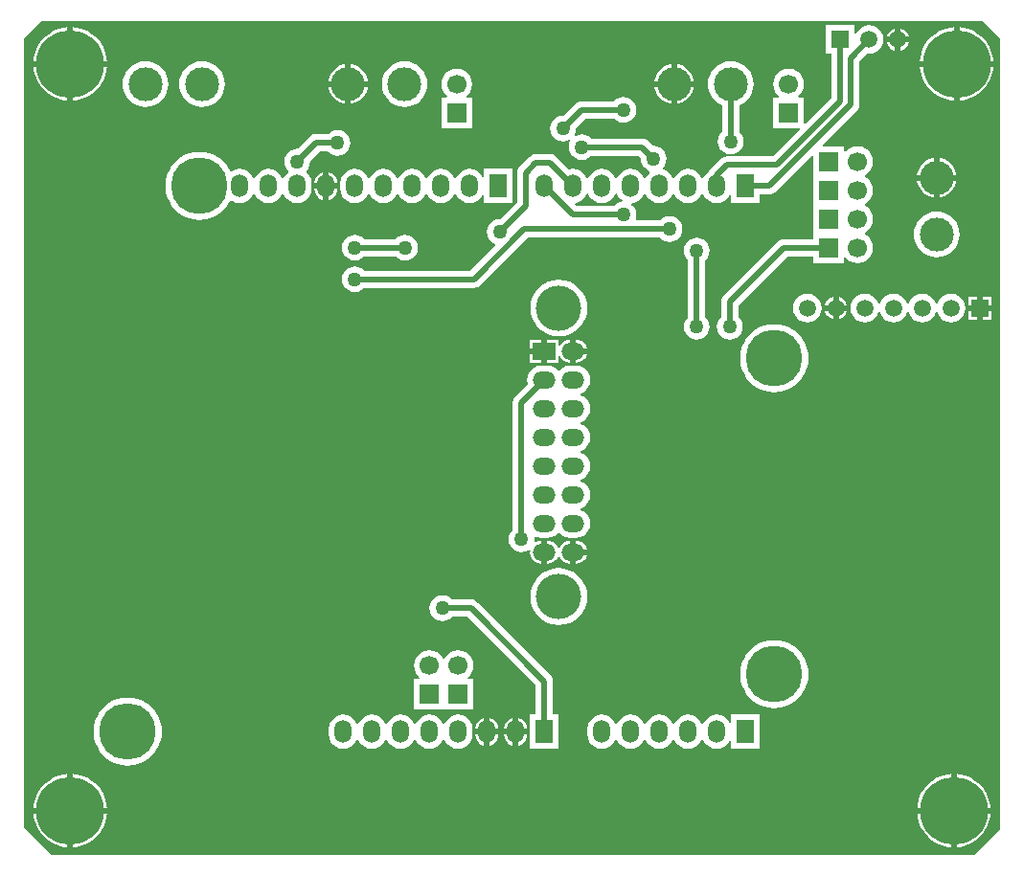
<source format=gbl>
G04*
G04 #@! TF.GenerationSoftware,Altium Limited,Altium Designer,18.0.7 (293)*
G04*
G04 Layer_Physical_Order=2*
G04 Layer_Color=16711680*
%FSLAX24Y24*%
%MOIN*%
G70*
G01*
G75*
%ADD49C,0.0200*%
%ADD50R,0.0669X0.0669*%
%ADD51C,0.0669*%
%ADD52C,0.0591*%
%ADD53R,0.0591X0.0591*%
%ADD54C,0.1181*%
%ADD55O,0.0787X0.0591*%
%ADD56R,0.0787X0.0591*%
%ADD57R,0.0669X0.0669*%
%ADD58C,0.1575*%
%ADD59R,0.0591X0.0787*%
%ADD60O,0.0591X0.0787*%
%ADD61C,0.2362*%
%ADD62C,0.1969*%
%ADD63C,0.1969*%
%ADD64O,0.1969X0.1969*%
%ADD65C,0.0500*%
G36*
X34100Y28650D02*
X34100Y1100D01*
X33200Y200D01*
X1100D01*
X155Y1145D01*
X155Y28655D01*
X750Y29250D01*
X33500Y29250D01*
X34100Y28650D01*
D02*
G37*
%LPC*%
G36*
X29550Y29100D02*
X29421Y29083D01*
X29300Y29033D01*
X29197Y28953D01*
X29117Y28850D01*
X29095Y28796D01*
X29045Y28806D01*
Y29095D01*
X28055D01*
Y28105D01*
X28247D01*
Y26570D01*
X27331Y25653D01*
X27285Y25672D01*
Y26585D01*
X27100D01*
X27083Y26632D01*
X27131Y26669D01*
X27217Y26780D01*
X27271Y26910D01*
X27289Y27050D01*
X27271Y27190D01*
X27217Y27320D01*
X27131Y27431D01*
X27020Y27517D01*
X26890Y27571D01*
X26750Y27589D01*
X26610Y27571D01*
X26480Y27517D01*
X26369Y27431D01*
X26283Y27320D01*
X26229Y27190D01*
X26211Y27050D01*
X26229Y26910D01*
X26283Y26780D01*
X26369Y26669D01*
X26417Y26632D01*
X26400Y26585D01*
X26215D01*
Y25515D01*
X27128D01*
X27147Y25469D01*
X26209Y24531D01*
X24598D01*
X24520Y24521D01*
X24447Y24490D01*
X24384Y24442D01*
X24036Y24094D01*
X23988Y24032D01*
X23982Y24017D01*
X23897Y23952D01*
X23817Y23848D01*
X23777Y23751D01*
X23723D01*
X23683Y23848D01*
X23603Y23952D01*
X23500Y24031D01*
X23379Y24081D01*
X23250Y24098D01*
X23121Y24081D01*
X23000Y24031D01*
X22897Y23952D01*
X22817Y23848D01*
X22777Y23751D01*
X22723D01*
X22683Y23848D01*
X22603Y23952D01*
X22500Y24031D01*
X22387Y24078D01*
X22376Y24105D01*
X22373Y24132D01*
X22443Y24223D01*
X22488Y24333D01*
X22504Y24450D01*
X22488Y24567D01*
X22443Y24677D01*
X22371Y24771D01*
X22277Y24843D01*
X22167Y24888D01*
X22050Y24904D01*
X22027Y24901D01*
X21864Y25064D01*
X21801Y25112D01*
X21728Y25142D01*
X21650Y25153D01*
X19885D01*
X19871Y25171D01*
X19777Y25243D01*
X19667Y25288D01*
X19550Y25304D01*
X19433Y25288D01*
X19334Y25248D01*
X19327Y25252D01*
X19302Y25277D01*
X19298Y25284D01*
X19338Y25383D01*
X19354Y25500D01*
X19351Y25523D01*
X19675Y25847D01*
X20665D01*
X20679Y25829D01*
X20773Y25757D01*
X20883Y25712D01*
X21000Y25696D01*
X21117Y25712D01*
X21227Y25757D01*
X21321Y25829D01*
X21393Y25923D01*
X21438Y26033D01*
X21454Y26150D01*
X21438Y26267D01*
X21393Y26377D01*
X21321Y26471D01*
X21227Y26543D01*
X21117Y26588D01*
X21000Y26604D01*
X20883Y26588D01*
X20773Y26543D01*
X20679Y26471D01*
X20665Y26453D01*
X19550D01*
X19550Y26453D01*
X19472Y26442D01*
X19399Y26412D01*
X19336Y26364D01*
X18923Y25951D01*
X18900Y25954D01*
X18783Y25938D01*
X18673Y25893D01*
X18579Y25821D01*
X18507Y25727D01*
X18462Y25617D01*
X18446Y25500D01*
X18462Y25383D01*
X18507Y25273D01*
X18579Y25179D01*
X18673Y25107D01*
X18783Y25062D01*
X18900Y25046D01*
X19017Y25062D01*
X19116Y25102D01*
X19123Y25098D01*
X19148Y25073D01*
X19152Y25066D01*
X19112Y24967D01*
X19096Y24850D01*
X19112Y24733D01*
X19157Y24623D01*
X19229Y24529D01*
X19323Y24457D01*
X19433Y24412D01*
X19550Y24396D01*
X19667Y24412D01*
X19777Y24457D01*
X19871Y24529D01*
X19885Y24547D01*
X21525D01*
X21599Y24473D01*
X21596Y24450D01*
X21612Y24333D01*
X21657Y24223D01*
X21729Y24129D01*
X21823Y24057D01*
X21907Y24022D01*
X21915Y23965D01*
X21897Y23952D01*
X21817Y23848D01*
X21777Y23751D01*
X21723D01*
X21683Y23848D01*
X21603Y23952D01*
X21500Y24031D01*
X21379Y24081D01*
X21250Y24098D01*
X21121Y24081D01*
X21000Y24031D01*
X20897Y23952D01*
X20817Y23848D01*
X20777Y23751D01*
X20723D01*
X20683Y23848D01*
X20603Y23952D01*
X20500Y24031D01*
X20379Y24081D01*
X20250Y24098D01*
X20121Y24081D01*
X20000Y24031D01*
X19897Y23952D01*
X19817Y23848D01*
X19777Y23751D01*
X19723D01*
X19683Y23848D01*
X19603Y23952D01*
X19500Y24031D01*
X19379Y24081D01*
X19250Y24098D01*
X19121Y24081D01*
X19104Y24074D01*
X18664Y24514D01*
X18601Y24562D01*
X18528Y24592D01*
X18450Y24603D01*
X17955D01*
X17955Y24603D01*
X17877Y24592D01*
X17804Y24562D01*
X17741Y24514D01*
X17387Y24160D01*
X17339Y24097D01*
X17309Y24024D01*
X17299Y23946D01*
Y22927D01*
X16723Y22351D01*
X16700Y22354D01*
X16583Y22338D01*
X16473Y22293D01*
X16379Y22221D01*
X16307Y22127D01*
X16262Y22017D01*
X16246Y21900D01*
X16262Y21783D01*
X16307Y21673D01*
X16379Y21579D01*
X16473Y21507D01*
X16537Y21481D01*
X16547Y21431D01*
X15668Y20553D01*
X11985D01*
X11971Y20571D01*
X11877Y20643D01*
X11767Y20688D01*
X11650Y20704D01*
X11533Y20688D01*
X11423Y20643D01*
X11329Y20571D01*
X11257Y20477D01*
X11212Y20367D01*
X11196Y20250D01*
X11212Y20133D01*
X11257Y20023D01*
X11329Y19929D01*
X11423Y19857D01*
X11533Y19812D01*
X11650Y19796D01*
X11767Y19812D01*
X11877Y19857D01*
X11971Y19929D01*
X11985Y19947D01*
X15793D01*
X15871Y19958D01*
X15944Y19988D01*
X16007Y20036D01*
X17668Y21697D01*
X22265D01*
X22279Y21679D01*
X22373Y21607D01*
X22483Y21562D01*
X22600Y21546D01*
X22717Y21562D01*
X22827Y21607D01*
X22921Y21679D01*
X22993Y21773D01*
X23038Y21883D01*
X23054Y22000D01*
X23038Y22117D01*
X22993Y22227D01*
X22921Y22321D01*
X22827Y22393D01*
X22717Y22438D01*
X22600Y22454D01*
X22483Y22438D01*
X22373Y22393D01*
X22279Y22321D01*
X22265Y22303D01*
X21450D01*
X21423Y22344D01*
X21438Y22383D01*
X21454Y22500D01*
X21438Y22617D01*
X21393Y22727D01*
X21321Y22821D01*
X21276Y22855D01*
X21290Y22907D01*
X21379Y22919D01*
X21500Y22969D01*
X21603Y23048D01*
X21683Y23152D01*
X21723Y23249D01*
X21777D01*
X21817Y23152D01*
X21897Y23048D01*
X22000Y22969D01*
X22121Y22919D01*
X22250Y22902D01*
X22379Y22919D01*
X22500Y22969D01*
X22603Y23048D01*
X22683Y23152D01*
X22723Y23249D01*
X22777D01*
X22817Y23152D01*
X22897Y23048D01*
X23000Y22969D01*
X23121Y22919D01*
X23250Y22902D01*
X23379Y22919D01*
X23500Y22969D01*
X23603Y23048D01*
X23683Y23152D01*
X23723Y23249D01*
X23777D01*
X23817Y23152D01*
X23897Y23048D01*
X24000Y22969D01*
X24121Y22919D01*
X24250Y22902D01*
X24379Y22919D01*
X24500Y22969D01*
X24603Y23048D01*
X24683Y23152D01*
X24705Y23205D01*
X24755Y23195D01*
Y22906D01*
X25745D01*
Y23197D01*
X26070D01*
X26149Y23208D01*
X26222Y23238D01*
X26284Y23286D01*
X27569Y24571D01*
X27615Y24552D01*
Y23815D01*
Y22815D01*
Y21815D01*
Y21653D01*
X26583D01*
X26505Y21642D01*
X26432Y21612D01*
X26369Y21564D01*
X24486Y19681D01*
X24438Y19618D01*
X24408Y19545D01*
X24397Y19467D01*
Y18935D01*
X24379Y18921D01*
X24307Y18827D01*
X24262Y18717D01*
X24246Y18600D01*
X24262Y18483D01*
X24307Y18373D01*
X24379Y18279D01*
X24473Y18207D01*
X24583Y18162D01*
X24700Y18146D01*
X24817Y18162D01*
X24927Y18207D01*
X25021Y18279D01*
X25093Y18373D01*
X25138Y18483D01*
X25154Y18600D01*
X25138Y18717D01*
X25093Y18827D01*
X25021Y18921D01*
X25003Y18935D01*
Y19342D01*
X26708Y21047D01*
X27615D01*
Y20815D01*
X28685D01*
Y21000D01*
X28732Y21017D01*
X28769Y20969D01*
X28880Y20883D01*
X29010Y20829D01*
X29150Y20811D01*
X29290Y20829D01*
X29420Y20883D01*
X29531Y20969D01*
X29617Y21080D01*
X29671Y21210D01*
X29689Y21350D01*
X29671Y21490D01*
X29617Y21620D01*
X29531Y21731D01*
X29420Y21817D01*
X29400Y21825D01*
Y21875D01*
X29420Y21883D01*
X29531Y21969D01*
X29617Y22080D01*
X29671Y22210D01*
X29689Y22350D01*
X29671Y22490D01*
X29617Y22620D01*
X29531Y22731D01*
X29420Y22817D01*
X29400Y22825D01*
Y22875D01*
X29420Y22883D01*
X29531Y22969D01*
X29617Y23080D01*
X29671Y23210D01*
X29689Y23350D01*
X29671Y23490D01*
X29617Y23620D01*
X29531Y23731D01*
X29420Y23817D01*
X29400Y23825D01*
Y23875D01*
X29420Y23883D01*
X29531Y23969D01*
X29617Y24080D01*
X29671Y24210D01*
X29689Y24350D01*
X29671Y24490D01*
X29617Y24620D01*
X29531Y24731D01*
X29420Y24817D01*
X29290Y24871D01*
X29150Y24889D01*
X29010Y24871D01*
X28880Y24817D01*
X28769Y24731D01*
X28732Y24683D01*
X28685Y24700D01*
Y24885D01*
X27948D01*
X27929Y24931D01*
X29114Y26116D01*
X29114Y26116D01*
X29162Y26178D01*
X29192Y26251D01*
X29203Y26330D01*
Y27825D01*
X29487Y28109D01*
X29550Y28100D01*
X29679Y28117D01*
X29800Y28167D01*
X29903Y28247D01*
X29983Y28350D01*
X30033Y28471D01*
X30050Y28600D01*
X30033Y28729D01*
X29983Y28850D01*
X29903Y28953D01*
X29800Y29033D01*
X29679Y29083D01*
X29550Y29100D01*
D02*
G37*
G36*
X30650Y28986D02*
Y28700D01*
X30936D01*
X30935Y28703D01*
X30895Y28799D01*
X30832Y28882D01*
X30749Y28945D01*
X30653Y28985D01*
X30650Y28986D01*
D02*
G37*
G36*
X30450D02*
X30447Y28985D01*
X30351Y28945D01*
X30268Y28882D01*
X30205Y28799D01*
X30165Y28703D01*
X30164Y28700D01*
X30450D01*
Y28986D01*
D02*
G37*
G36*
X30936Y28500D02*
X30650D01*
Y28214D01*
X30653Y28215D01*
X30749Y28255D01*
X30832Y28318D01*
X30895Y28401D01*
X30935Y28497D01*
X30936Y28500D01*
D02*
G37*
G36*
X30450D02*
X30164D01*
X30165Y28497D01*
X30205Y28401D01*
X30268Y28318D01*
X30351Y28255D01*
X30447Y28215D01*
X30450Y28214D01*
Y28500D01*
D02*
G37*
G36*
X32694Y29027D02*
Y27850D01*
X33871D01*
X33863Y27951D01*
X33816Y28147D01*
X33739Y28333D01*
X33634Y28505D01*
X33503Y28659D01*
X33349Y28790D01*
X33177Y28895D01*
X32991Y28972D01*
X32795Y29019D01*
X32694Y29027D01*
D02*
G37*
G36*
X32494D02*
X32393Y29019D01*
X32197Y28972D01*
X32010Y28895D01*
X31839Y28790D01*
X31685Y28659D01*
X31554Y28505D01*
X31449Y28333D01*
X31372Y28147D01*
X31325Y27951D01*
X31317Y27850D01*
X32494D01*
Y29027D01*
D02*
G37*
G36*
X1850D02*
Y27850D01*
X3027D01*
X3019Y27951D01*
X2972Y28147D01*
X2895Y28333D01*
X2790Y28505D01*
X2659Y28659D01*
X2505Y28790D01*
X2333Y28895D01*
X2147Y28972D01*
X1951Y29019D01*
X1850Y29027D01*
D02*
G37*
G36*
X1650D02*
X1549Y29019D01*
X1353Y28972D01*
X1167Y28895D01*
X995Y28790D01*
X841Y28659D01*
X710Y28505D01*
X605Y28333D01*
X528Y28147D01*
X481Y27951D01*
X473Y27850D01*
X1650D01*
Y29027D01*
D02*
G37*
G36*
X22866Y27734D02*
Y27150D01*
X23450D01*
X23446Y27185D01*
X23407Y27316D01*
X23343Y27436D01*
X23256Y27541D01*
X23151Y27627D01*
X23031Y27691D01*
X22901Y27731D01*
X22866Y27734D01*
D02*
G37*
G36*
X11516D02*
Y27150D01*
X12100D01*
X12096Y27185D01*
X12057Y27316D01*
X11993Y27436D01*
X11906Y27541D01*
X11801Y27627D01*
X11681Y27691D01*
X11551Y27731D01*
X11516Y27734D01*
D02*
G37*
G36*
X22666D02*
X22630Y27731D01*
X22500Y27691D01*
X22380Y27627D01*
X22275Y27541D01*
X22189Y27436D01*
X22125Y27316D01*
X22085Y27185D01*
X22082Y27150D01*
X22666D01*
Y27734D01*
D02*
G37*
G36*
X11316D02*
X11280Y27731D01*
X11150Y27691D01*
X11030Y27627D01*
X10925Y27541D01*
X10839Y27436D01*
X10775Y27316D01*
X10735Y27185D01*
X10732Y27150D01*
X11316D01*
Y27734D01*
D02*
G37*
G36*
X33871Y27650D02*
X32694D01*
Y26473D01*
X32795Y26481D01*
X32991Y26528D01*
X33177Y26605D01*
X33349Y26710D01*
X33503Y26841D01*
X33634Y26995D01*
X33739Y27167D01*
X33816Y27353D01*
X33863Y27549D01*
X33871Y27650D01*
D02*
G37*
G36*
X32494D02*
X31317D01*
X31325Y27549D01*
X31372Y27353D01*
X31449Y27167D01*
X31554Y26995D01*
X31685Y26841D01*
X31839Y26710D01*
X32010Y26605D01*
X32197Y26528D01*
X32393Y26481D01*
X32494Y26473D01*
Y27650D01*
D02*
G37*
G36*
X3027D02*
X1850D01*
Y26473D01*
X1951Y26481D01*
X2147Y26528D01*
X2333Y26605D01*
X2505Y26710D01*
X2659Y26841D01*
X2790Y26995D01*
X2895Y27167D01*
X2972Y27353D01*
X3019Y27549D01*
X3027Y27650D01*
D02*
G37*
G36*
X1650D02*
X473D01*
X481Y27549D01*
X528Y27353D01*
X605Y27167D01*
X710Y26995D01*
X841Y26841D01*
X995Y26710D01*
X1167Y26605D01*
X1353Y26528D01*
X1549Y26481D01*
X1650Y26473D01*
Y27650D01*
D02*
G37*
G36*
X12100Y26950D02*
X11516D01*
Y26366D01*
X11551Y26369D01*
X11681Y26409D01*
X11801Y26473D01*
X11906Y26559D01*
X11993Y26664D01*
X12057Y26784D01*
X12096Y26915D01*
X12100Y26950D01*
D02*
G37*
G36*
X23450D02*
X22866D01*
Y26366D01*
X22901Y26369D01*
X23031Y26409D01*
X23151Y26473D01*
X23256Y26559D01*
X23343Y26664D01*
X23407Y26784D01*
X23446Y26915D01*
X23450Y26950D01*
D02*
G37*
G36*
X22666D02*
X22082D01*
X22085Y26915D01*
X22125Y26784D01*
X22189Y26664D01*
X22275Y26559D01*
X22380Y26473D01*
X22500Y26409D01*
X22630Y26369D01*
X22666Y26366D01*
Y26950D01*
D02*
G37*
G36*
X11316D02*
X10732D01*
X10735Y26915D01*
X10775Y26784D01*
X10839Y26664D01*
X10925Y26559D01*
X11030Y26473D01*
X11150Y26409D01*
X11280Y26369D01*
X11316Y26366D01*
Y26950D01*
D02*
G37*
G36*
X13384Y27844D02*
X13229Y27829D01*
X13080Y27784D01*
X12943Y27710D01*
X12823Y27612D01*
X12724Y27491D01*
X12650Y27354D01*
X12605Y27205D01*
X12590Y27050D01*
X12605Y26895D01*
X12650Y26746D01*
X12724Y26609D01*
X12823Y26488D01*
X12943Y26390D01*
X13080Y26316D01*
X13229Y26271D01*
X13384Y26256D01*
X13539Y26271D01*
X13688Y26316D01*
X13826Y26390D01*
X13946Y26488D01*
X14045Y26609D01*
X14118Y26746D01*
X14163Y26895D01*
X14179Y27050D01*
X14163Y27205D01*
X14118Y27354D01*
X14045Y27491D01*
X13946Y27612D01*
X13826Y27710D01*
X13688Y27784D01*
X13539Y27829D01*
X13384Y27844D01*
D02*
G37*
G36*
X6334D02*
X6179Y27829D01*
X6030Y27784D01*
X5893Y27710D01*
X5773Y27612D01*
X5674Y27491D01*
X5600Y27354D01*
X5555Y27205D01*
X5540Y27050D01*
X5555Y26895D01*
X5600Y26746D01*
X5674Y26609D01*
X5773Y26488D01*
X5893Y26390D01*
X6030Y26316D01*
X6179Y26271D01*
X6334Y26256D01*
X6489Y26271D01*
X6638Y26316D01*
X6776Y26390D01*
X6896Y26488D01*
X6995Y26609D01*
X7068Y26746D01*
X7113Y26895D01*
X7129Y27050D01*
X7113Y27205D01*
X7068Y27354D01*
X6995Y27491D01*
X6896Y27612D01*
X6776Y27710D01*
X6638Y27784D01*
X6489Y27829D01*
X6334Y27844D01*
D02*
G37*
G36*
X4366D02*
X4211Y27829D01*
X4062Y27784D01*
X3924Y27710D01*
X3804Y27612D01*
X3705Y27491D01*
X3632Y27354D01*
X3587Y27205D01*
X3571Y27050D01*
X3587Y26895D01*
X3632Y26746D01*
X3705Y26609D01*
X3804Y26488D01*
X3924Y26390D01*
X4062Y26316D01*
X4211Y26271D01*
X4366Y26256D01*
X4521Y26271D01*
X4670Y26316D01*
X4807Y26390D01*
X4927Y26488D01*
X5026Y26609D01*
X5100Y26746D01*
X5145Y26895D01*
X5160Y27050D01*
X5145Y27205D01*
X5100Y27354D01*
X5026Y27491D01*
X4927Y27612D01*
X4807Y27710D01*
X4670Y27784D01*
X4521Y27829D01*
X4366Y27844D01*
D02*
G37*
G36*
X15200Y27589D02*
X15060Y27571D01*
X14930Y27517D01*
X14819Y27431D01*
X14733Y27320D01*
X14679Y27190D01*
X14661Y27050D01*
X14679Y26910D01*
X14733Y26780D01*
X14819Y26669D01*
X14867Y26632D01*
X14850Y26585D01*
X14665D01*
Y25515D01*
X15735D01*
Y26585D01*
X15550D01*
X15533Y26632D01*
X15581Y26669D01*
X15667Y26780D01*
X15721Y26910D01*
X15739Y27050D01*
X15721Y27190D01*
X15667Y27320D01*
X15581Y27431D01*
X15470Y27517D01*
X15340Y27571D01*
X15200Y27589D01*
D02*
G37*
G36*
X11050Y25454D02*
X10933Y25438D01*
X10823Y25393D01*
X10729Y25321D01*
X10715Y25303D01*
X10300D01*
X10300Y25303D01*
X10222Y25292D01*
X10149Y25262D01*
X10086Y25214D01*
X9673Y24801D01*
X9650Y24804D01*
X9533Y24788D01*
X9423Y24743D01*
X9329Y24671D01*
X9257Y24577D01*
X9212Y24467D01*
X9196Y24350D01*
X9212Y24233D01*
X9257Y24123D01*
X9329Y24029D01*
X9331Y24028D01*
Y23978D01*
X9297Y23952D01*
X9217Y23848D01*
X9177Y23751D01*
X9123D01*
X9083Y23848D01*
X9003Y23952D01*
X8900Y24031D01*
X8779Y24081D01*
X8650Y24098D01*
X8521Y24081D01*
X8400Y24031D01*
X8297Y23952D01*
X8217Y23848D01*
X8177Y23751D01*
X8123D01*
X8083Y23848D01*
X8003Y23952D01*
X7900Y24031D01*
X7779Y24081D01*
X7650Y24098D01*
X7521Y24081D01*
X7400Y24031D01*
X7366Y24005D01*
X7317Y24018D01*
X7308Y24039D01*
X7211Y24198D01*
X7090Y24340D01*
X6948Y24461D01*
X6789Y24558D01*
X6617Y24630D01*
X6436Y24673D01*
X6250Y24688D01*
X6064Y24673D01*
X5883Y24630D01*
X5711Y24558D01*
X5552Y24461D01*
X5410Y24340D01*
X5289Y24198D01*
X5192Y24039D01*
X5120Y23867D01*
X5077Y23686D01*
X5062Y23500D01*
X5077Y23314D01*
X5120Y23133D01*
X5192Y22961D01*
X5289Y22802D01*
X5410Y22660D01*
X5552Y22539D01*
X5711Y22442D01*
X5883Y22370D01*
X6064Y22327D01*
X6250Y22312D01*
X6436Y22327D01*
X6617Y22370D01*
X6789Y22442D01*
X6948Y22539D01*
X7090Y22660D01*
X7211Y22802D01*
X7308Y22961D01*
X7317Y22982D01*
X7366Y22995D01*
X7400Y22969D01*
X7521Y22919D01*
X7650Y22902D01*
X7779Y22919D01*
X7900Y22969D01*
X8003Y23048D01*
X8083Y23152D01*
X8123Y23249D01*
X8177D01*
X8217Y23152D01*
X8297Y23048D01*
X8400Y22969D01*
X8521Y22919D01*
X8650Y22902D01*
X8779Y22919D01*
X8900Y22969D01*
X9003Y23048D01*
X9083Y23152D01*
X9123Y23249D01*
X9177D01*
X9217Y23152D01*
X9297Y23048D01*
X9400Y22969D01*
X9521Y22919D01*
X9650Y22902D01*
X9779Y22919D01*
X9900Y22969D01*
X10003Y23048D01*
X10083Y23152D01*
X10133Y23272D01*
X10150Y23402D01*
Y23598D01*
X10133Y23728D01*
X10083Y23848D01*
X10003Y23952D01*
X9969Y23978D01*
Y24028D01*
X9971Y24029D01*
X10043Y24123D01*
X10088Y24233D01*
X10104Y24350D01*
X10101Y24373D01*
X10425Y24697D01*
X10715D01*
X10729Y24679D01*
X10823Y24607D01*
X10933Y24562D01*
X11050Y24546D01*
X11167Y24562D01*
X11277Y24607D01*
X11371Y24679D01*
X11443Y24773D01*
X11488Y24883D01*
X11504Y25000D01*
X11488Y25117D01*
X11443Y25227D01*
X11371Y25321D01*
X11277Y25393D01*
X11167Y25438D01*
X11050Y25454D01*
D02*
G37*
G36*
X24734Y27844D02*
X24579Y27829D01*
X24430Y27784D01*
X24293Y27710D01*
X24173Y27612D01*
X24074Y27491D01*
X24000Y27354D01*
X23955Y27205D01*
X23940Y27050D01*
X23955Y26895D01*
X24000Y26746D01*
X24074Y26609D01*
X24173Y26488D01*
X24293Y26390D01*
X24430Y26316D01*
X24432Y26316D01*
Y25385D01*
X24413Y25371D01*
X24341Y25277D01*
X24296Y25167D01*
X24280Y25050D01*
X24296Y24933D01*
X24341Y24823D01*
X24413Y24729D01*
X24507Y24657D01*
X24617Y24612D01*
X24734Y24596D01*
X24852Y24612D01*
X24961Y24657D01*
X25055Y24729D01*
X25127Y24823D01*
X25173Y24933D01*
X25188Y25050D01*
X25173Y25167D01*
X25127Y25277D01*
X25055Y25371D01*
X25037Y25385D01*
Y26316D01*
X25038Y26316D01*
X25176Y26390D01*
X25296Y26488D01*
X25395Y26609D01*
X25468Y26746D01*
X25513Y26895D01*
X25529Y27050D01*
X25513Y27205D01*
X25468Y27354D01*
X25395Y27491D01*
X25296Y27612D01*
X25176Y27710D01*
X25038Y27784D01*
X24889Y27829D01*
X24734Y27844D01*
D02*
G37*
G36*
X32000Y24468D02*
Y23884D01*
X32584D01*
X32581Y23920D01*
X32541Y24050D01*
X32477Y24170D01*
X32391Y24275D01*
X32286Y24361D01*
X32166Y24425D01*
X32035Y24465D01*
X32000Y24468D01*
D02*
G37*
G36*
X31800D02*
X31765Y24465D01*
X31634Y24425D01*
X31514Y24361D01*
X31409Y24275D01*
X31323Y24170D01*
X31259Y24050D01*
X31219Y23920D01*
X31216Y23884D01*
X31800D01*
Y24468D01*
D02*
G37*
G36*
X15650Y24098D02*
X15521Y24081D01*
X15400Y24031D01*
X15297Y23952D01*
X15217Y23848D01*
X15177Y23751D01*
X15123D01*
X15083Y23848D01*
X15003Y23952D01*
X14900Y24031D01*
X14779Y24081D01*
X14650Y24098D01*
X14521Y24081D01*
X14400Y24031D01*
X14297Y23952D01*
X14217Y23848D01*
X14177Y23751D01*
X14123D01*
X14083Y23848D01*
X14003Y23952D01*
X13900Y24031D01*
X13779Y24081D01*
X13650Y24098D01*
X13521Y24081D01*
X13400Y24031D01*
X13297Y23952D01*
X13217Y23848D01*
X13177Y23751D01*
X13123D01*
X13083Y23848D01*
X13003Y23952D01*
X12900Y24031D01*
X12779Y24081D01*
X12650Y24098D01*
X12521Y24081D01*
X12400Y24031D01*
X12297Y23952D01*
X12217Y23848D01*
X12177Y23751D01*
X12123D01*
X12083Y23848D01*
X12003Y23952D01*
X11900Y24031D01*
X11779Y24081D01*
X11650Y24098D01*
X11521Y24081D01*
X11400Y24031D01*
X11297Y23952D01*
X11217Y23848D01*
X11167Y23728D01*
X11150Y23598D01*
Y23402D01*
X11167Y23272D01*
X11217Y23152D01*
X11297Y23048D01*
X11400Y22969D01*
X11521Y22919D01*
X11650Y22902D01*
X11779Y22919D01*
X11900Y22969D01*
X12003Y23048D01*
X12083Y23152D01*
X12123Y23249D01*
X12177D01*
X12217Y23152D01*
X12297Y23048D01*
X12400Y22969D01*
X12521Y22919D01*
X12650Y22902D01*
X12779Y22919D01*
X12900Y22969D01*
X13003Y23048D01*
X13083Y23152D01*
X13123Y23249D01*
X13177D01*
X13217Y23152D01*
X13297Y23048D01*
X13400Y22969D01*
X13521Y22919D01*
X13650Y22902D01*
X13779Y22919D01*
X13900Y22969D01*
X14003Y23048D01*
X14083Y23152D01*
X14123Y23249D01*
X14177D01*
X14217Y23152D01*
X14297Y23048D01*
X14400Y22969D01*
X14521Y22919D01*
X14650Y22902D01*
X14779Y22919D01*
X14900Y22969D01*
X15003Y23048D01*
X15083Y23152D01*
X15123Y23249D01*
X15177D01*
X15217Y23152D01*
X15297Y23048D01*
X15400Y22969D01*
X15521Y22919D01*
X15650Y22902D01*
X15779Y22919D01*
X15900Y22969D01*
X16003Y23048D01*
X16083Y23152D01*
X16105Y23205D01*
X16155Y23195D01*
Y22906D01*
X17145D01*
Y24094D01*
X16155D01*
Y23805D01*
X16105Y23795D01*
X16083Y23848D01*
X16003Y23952D01*
X15900Y24031D01*
X15779Y24081D01*
X15650Y24098D01*
D02*
G37*
G36*
X10750Y23984D02*
Y23600D01*
X11048D01*
X11035Y23702D01*
X10995Y23798D01*
X10932Y23880D01*
X10849Y23944D01*
X10753Y23984D01*
X10750Y23984D01*
D02*
G37*
G36*
X10550D02*
X10547Y23984D01*
X10451Y23944D01*
X10368Y23880D01*
X10305Y23798D01*
X10265Y23702D01*
X10252Y23600D01*
X10550D01*
Y23984D01*
D02*
G37*
G36*
X32584Y23684D02*
X32000D01*
Y23100D01*
X32035Y23104D01*
X32166Y23143D01*
X32286Y23207D01*
X32391Y23294D01*
X32477Y23399D01*
X32541Y23519D01*
X32581Y23649D01*
X32584Y23684D01*
D02*
G37*
G36*
X31800D02*
X31216D01*
X31219Y23649D01*
X31259Y23519D01*
X31323Y23399D01*
X31409Y23294D01*
X31514Y23207D01*
X31634Y23143D01*
X31765Y23104D01*
X31800Y23100D01*
Y23684D01*
D02*
G37*
G36*
X11048Y23400D02*
X10750D01*
Y23016D01*
X10753Y23016D01*
X10849Y23056D01*
X10932Y23120D01*
X10995Y23202D01*
X11035Y23298D01*
X11048Y23400D01*
D02*
G37*
G36*
X10550D02*
X10252D01*
X10265Y23298D01*
X10305Y23202D01*
X10368Y23120D01*
X10451Y23056D01*
X10547Y23016D01*
X10550Y23016D01*
Y23400D01*
D02*
G37*
G36*
X13400Y21804D02*
X13283Y21788D01*
X13173Y21743D01*
X13079Y21671D01*
X13065Y21653D01*
X11985D01*
X11971Y21671D01*
X11877Y21743D01*
X11767Y21788D01*
X11650Y21804D01*
X11533Y21788D01*
X11423Y21743D01*
X11329Y21671D01*
X11257Y21577D01*
X11212Y21467D01*
X11196Y21350D01*
X11212Y21233D01*
X11257Y21123D01*
X11329Y21029D01*
X11423Y20957D01*
X11533Y20912D01*
X11650Y20896D01*
X11767Y20912D01*
X11877Y20957D01*
X11971Y21029D01*
X11985Y21047D01*
X13065D01*
X13079Y21029D01*
X13173Y20957D01*
X13283Y20912D01*
X13400Y20896D01*
X13517Y20912D01*
X13627Y20957D01*
X13721Y21029D01*
X13793Y21123D01*
X13838Y21233D01*
X13854Y21350D01*
X13838Y21467D01*
X13793Y21577D01*
X13721Y21671D01*
X13627Y21743D01*
X13517Y21788D01*
X13400Y21804D01*
D02*
G37*
G36*
X31900Y22610D02*
X31745Y22595D01*
X31596Y22550D01*
X31459Y22476D01*
X31338Y22377D01*
X31240Y22257D01*
X31166Y22120D01*
X31121Y21971D01*
X31106Y21816D01*
X31121Y21661D01*
X31166Y21512D01*
X31240Y21374D01*
X31338Y21254D01*
X31459Y21155D01*
X31596Y21082D01*
X31745Y21037D01*
X31900Y21021D01*
X32055Y21037D01*
X32204Y21082D01*
X32341Y21155D01*
X32462Y21254D01*
X32561Y21374D01*
X32634Y21512D01*
X32679Y21661D01*
X32694Y21816D01*
X32679Y21971D01*
X32634Y22120D01*
X32561Y22257D01*
X32462Y22377D01*
X32341Y22476D01*
X32204Y22550D01*
X32055Y22595D01*
X31900Y22610D01*
D02*
G37*
G36*
X32400Y19750D02*
X32271Y19733D01*
X32150Y19683D01*
X32047Y19603D01*
X31967Y19500D01*
X31927Y19402D01*
X31873D01*
X31833Y19500D01*
X31753Y19603D01*
X31650Y19683D01*
X31529Y19733D01*
X31400Y19750D01*
X31271Y19733D01*
X31150Y19683D01*
X31047Y19603D01*
X30967Y19500D01*
X30927Y19402D01*
X30873D01*
X30833Y19500D01*
X30753Y19603D01*
X30650Y19683D01*
X30529Y19733D01*
X30400Y19750D01*
X30271Y19733D01*
X30150Y19683D01*
X30047Y19603D01*
X29967Y19500D01*
X29927Y19402D01*
X29873D01*
X29833Y19500D01*
X29753Y19603D01*
X29650Y19683D01*
X29529Y19733D01*
X29400Y19750D01*
X29271Y19733D01*
X29150Y19683D01*
X29047Y19603D01*
X28967Y19500D01*
X28917Y19379D01*
X28900Y19250D01*
X28917Y19121D01*
X28967Y19000D01*
X29047Y18897D01*
X29150Y18817D01*
X29271Y18767D01*
X29400Y18750D01*
X29529Y18767D01*
X29650Y18817D01*
X29753Y18897D01*
X29833Y19000D01*
X29873Y19098D01*
X29927D01*
X29967Y19000D01*
X30047Y18897D01*
X30150Y18817D01*
X30271Y18767D01*
X30400Y18750D01*
X30529Y18767D01*
X30650Y18817D01*
X30753Y18897D01*
X30833Y19000D01*
X30873Y19098D01*
X30927D01*
X30967Y19000D01*
X31047Y18897D01*
X31150Y18817D01*
X31271Y18767D01*
X31400Y18750D01*
X31529Y18767D01*
X31650Y18817D01*
X31753Y18897D01*
X31833Y19000D01*
X31873Y19098D01*
X31927D01*
X31967Y19000D01*
X32047Y18897D01*
X32150Y18817D01*
X32271Y18767D01*
X32400Y18750D01*
X32529Y18767D01*
X32650Y18817D01*
X32753Y18897D01*
X32833Y19000D01*
X32883Y19121D01*
X32900Y19250D01*
X32883Y19379D01*
X32833Y19500D01*
X32753Y19603D01*
X32650Y19683D01*
X32529Y19733D01*
X32400Y19750D01*
D02*
G37*
G36*
X33795Y19645D02*
X33500D01*
Y19350D01*
X33795D01*
Y19645D01*
D02*
G37*
G36*
X28500Y19636D02*
Y19350D01*
X28786D01*
X28785Y19353D01*
X28745Y19449D01*
X28682Y19532D01*
X28599Y19595D01*
X28503Y19635D01*
X28500Y19636D01*
D02*
G37*
G36*
X28300D02*
X28297Y19635D01*
X28201Y19595D01*
X28118Y19532D01*
X28055Y19449D01*
X28015Y19353D01*
X28014Y19350D01*
X28300D01*
Y19636D01*
D02*
G37*
G36*
X33300Y19645D02*
X33005D01*
Y19350D01*
X33300D01*
Y19645D01*
D02*
G37*
G36*
X28786Y19150D02*
X28500D01*
Y18864D01*
X28503Y18865D01*
X28599Y18905D01*
X28682Y18968D01*
X28745Y19051D01*
X28785Y19147D01*
X28786Y19150D01*
D02*
G37*
G36*
X28300D02*
X28014D01*
X28015Y19147D01*
X28055Y19051D01*
X28118Y18968D01*
X28201Y18905D01*
X28297Y18865D01*
X28300Y18864D01*
Y19150D01*
D02*
G37*
G36*
X33795D02*
X33500D01*
Y18855D01*
X33795D01*
Y19150D01*
D02*
G37*
G36*
X33300D02*
X33005D01*
Y18855D01*
X33300D01*
Y19150D01*
D02*
G37*
G36*
X27400Y19750D02*
X27271Y19733D01*
X27150Y19683D01*
X27047Y19603D01*
X26967Y19500D01*
X26917Y19379D01*
X26900Y19250D01*
X26917Y19121D01*
X26967Y19000D01*
X27047Y18897D01*
X27150Y18817D01*
X27271Y18767D01*
X27400Y18750D01*
X27529Y18767D01*
X27650Y18817D01*
X27753Y18897D01*
X27833Y19000D01*
X27883Y19121D01*
X27900Y19250D01*
X27883Y19379D01*
X27833Y19500D01*
X27753Y19603D01*
X27650Y19683D01*
X27529Y19733D01*
X27400Y19750D01*
D02*
G37*
G36*
X18750Y20242D02*
X18556Y20223D01*
X18370Y20167D01*
X18199Y20075D01*
X18048Y19952D01*
X17925Y19801D01*
X17833Y19630D01*
X17777Y19444D01*
X17758Y19250D01*
X17777Y19056D01*
X17833Y18870D01*
X17925Y18699D01*
X18048Y18548D01*
X18199Y18425D01*
X18370Y18333D01*
X18556Y18277D01*
X18750Y18258D01*
X18944Y18277D01*
X19130Y18333D01*
X19301Y18425D01*
X19452Y18548D01*
X19575Y18699D01*
X19667Y18870D01*
X19723Y19056D01*
X19742Y19250D01*
X19723Y19444D01*
X19667Y19630D01*
X19575Y19801D01*
X19452Y19952D01*
X19301Y20075D01*
X19130Y20167D01*
X18944Y20223D01*
X18750Y20242D01*
D02*
G37*
G36*
X23550Y21704D02*
X23433Y21688D01*
X23323Y21643D01*
X23229Y21571D01*
X23157Y21477D01*
X23112Y21367D01*
X23096Y21250D01*
X23112Y21133D01*
X23157Y21023D01*
X23229Y20929D01*
X23247Y20915D01*
Y18935D01*
X23229Y18921D01*
X23157Y18827D01*
X23112Y18717D01*
X23096Y18600D01*
X23112Y18483D01*
X23157Y18373D01*
X23229Y18279D01*
X23323Y18207D01*
X23433Y18162D01*
X23550Y18146D01*
X23667Y18162D01*
X23777Y18207D01*
X23871Y18279D01*
X23943Y18373D01*
X23988Y18483D01*
X24004Y18600D01*
X23988Y18717D01*
X23943Y18827D01*
X23871Y18921D01*
X23853Y18935D01*
Y20915D01*
X23871Y20929D01*
X23943Y21023D01*
X23988Y21133D01*
X24004Y21250D01*
X23988Y21367D01*
X23943Y21477D01*
X23871Y21571D01*
X23777Y21643D01*
X23667Y21688D01*
X23550Y21704D01*
D02*
G37*
G36*
X19150Y18148D02*
X19048Y18135D01*
X18952Y18095D01*
X18870Y18032D01*
X18806Y17949D01*
X18794Y17919D01*
X18744Y17929D01*
Y18145D01*
X18350D01*
Y17750D01*
Y17355D01*
X18744D01*
Y17571D01*
X18794Y17581D01*
X18806Y17551D01*
X18870Y17468D01*
X18952Y17405D01*
X19048Y17365D01*
X19150Y17352D01*
Y17750D01*
Y18148D01*
D02*
G37*
G36*
X19350D02*
Y17850D01*
X19734D01*
X19734Y17853D01*
X19694Y17949D01*
X19630Y18032D01*
X19548Y18095D01*
X19452Y18135D01*
X19350Y18148D01*
D02*
G37*
G36*
X18150Y18145D02*
X17756D01*
Y17850D01*
X18150D01*
Y18145D01*
D02*
G37*
G36*
Y17650D02*
X17756D01*
Y17355D01*
X18150D01*
Y17650D01*
D02*
G37*
G36*
X19734D02*
X19350D01*
Y17352D01*
X19452Y17365D01*
X19548Y17405D01*
X19630Y17468D01*
X19694Y17551D01*
X19734Y17647D01*
X19734Y17650D01*
D02*
G37*
G36*
X19348Y17250D02*
X19152D01*
X19022Y17233D01*
X18902Y17183D01*
X18798Y17103D01*
X18775Y17073D01*
X18725D01*
X18702Y17103D01*
X18598Y17183D01*
X18478Y17233D01*
X18348Y17250D01*
X18152D01*
X18022Y17233D01*
X17902Y17183D01*
X17798Y17103D01*
X17719Y17000D01*
X17669Y16879D01*
X17652Y16750D01*
X17669Y16621D01*
X17676Y16604D01*
X17236Y16164D01*
X17188Y16101D01*
X17158Y16028D01*
X17147Y15950D01*
Y11535D01*
X17129Y11521D01*
X17057Y11427D01*
X17012Y11317D01*
X16996Y11200D01*
X17012Y11083D01*
X17057Y10973D01*
X17129Y10879D01*
X17223Y10807D01*
X17333Y10762D01*
X17450Y10746D01*
X17567Y10762D01*
X17677Y10807D01*
X17714Y10835D01*
X17761Y10808D01*
X17753Y10750D01*
X17766Y10647D01*
X17806Y10551D01*
X17870Y10468D01*
X17952Y10405D01*
X18048Y10365D01*
X18150Y10352D01*
Y10750D01*
Y11148D01*
X18048Y11135D01*
X17952Y11095D01*
X17939Y11085D01*
X17892Y11112D01*
X17904Y11200D01*
X17895Y11266D01*
X17941Y11301D01*
X18022Y11267D01*
X18152Y11250D01*
X18348D01*
X18478Y11267D01*
X18598Y11317D01*
X18702Y11397D01*
X18725Y11427D01*
X18775D01*
X18798Y11397D01*
X18902Y11317D01*
X19022Y11267D01*
X19152Y11250D01*
X19348D01*
X19478Y11267D01*
X19598Y11317D01*
X19702Y11397D01*
X19781Y11500D01*
X19831Y11621D01*
X19848Y11750D01*
X19831Y11879D01*
X19781Y12000D01*
X19702Y12103D01*
X19598Y12183D01*
X19501Y12223D01*
Y12277D01*
X19598Y12317D01*
X19702Y12397D01*
X19781Y12500D01*
X19831Y12621D01*
X19848Y12750D01*
X19831Y12879D01*
X19781Y13000D01*
X19702Y13103D01*
X19598Y13183D01*
X19501Y13223D01*
Y13277D01*
X19598Y13317D01*
X19702Y13397D01*
X19781Y13500D01*
X19831Y13621D01*
X19848Y13750D01*
X19831Y13879D01*
X19781Y14000D01*
X19702Y14103D01*
X19598Y14183D01*
X19501Y14223D01*
Y14277D01*
X19598Y14317D01*
X19702Y14397D01*
X19781Y14500D01*
X19831Y14621D01*
X19848Y14750D01*
X19831Y14879D01*
X19781Y15000D01*
X19702Y15103D01*
X19598Y15183D01*
X19501Y15223D01*
Y15277D01*
X19598Y15317D01*
X19702Y15397D01*
X19781Y15500D01*
X19831Y15621D01*
X19848Y15750D01*
X19831Y15879D01*
X19781Y16000D01*
X19702Y16103D01*
X19598Y16183D01*
X19501Y16223D01*
Y16277D01*
X19598Y16317D01*
X19702Y16397D01*
X19781Y16500D01*
X19831Y16621D01*
X19848Y16750D01*
X19831Y16879D01*
X19781Y17000D01*
X19702Y17103D01*
X19598Y17183D01*
X19478Y17233D01*
X19348Y17250D01*
D02*
G37*
G36*
X26250Y18688D02*
X26064Y18673D01*
X25883Y18630D01*
X25711Y18558D01*
X25552Y18461D01*
X25410Y18340D01*
X25289Y18198D01*
X25192Y18039D01*
X25120Y17867D01*
X25077Y17686D01*
X25062Y17500D01*
X25077Y17314D01*
X25120Y17133D01*
X25192Y16961D01*
X25289Y16802D01*
X25410Y16660D01*
X25552Y16539D01*
X25711Y16442D01*
X25883Y16370D01*
X26064Y16327D01*
X26250Y16312D01*
X26436Y16327D01*
X26617Y16370D01*
X26789Y16442D01*
X26948Y16539D01*
X27090Y16660D01*
X27211Y16802D01*
X27308Y16961D01*
X27380Y17133D01*
X27423Y17314D01*
X27438Y17500D01*
X27423Y17686D01*
X27380Y17867D01*
X27308Y18039D01*
X27211Y18198D01*
X27090Y18340D01*
X26948Y18461D01*
X26789Y18558D01*
X26617Y18630D01*
X26436Y18673D01*
X26250Y18688D01*
D02*
G37*
G36*
X19350Y11148D02*
Y10850D01*
X19734D01*
X19734Y10853D01*
X19694Y10949D01*
X19630Y11032D01*
X19548Y11095D01*
X19452Y11135D01*
X19350Y11148D01*
D02*
G37*
G36*
X19734Y10650D02*
X19350D01*
Y10352D01*
X19452Y10365D01*
X19548Y10405D01*
X19630Y10468D01*
X19694Y10551D01*
X19734Y10647D01*
X19734Y10650D01*
D02*
G37*
G36*
X18350Y11148D02*
Y10750D01*
Y10352D01*
X18452Y10365D01*
X18548Y10405D01*
X18630Y10468D01*
X18694Y10551D01*
X18723Y10621D01*
X18777D01*
X18806Y10551D01*
X18870Y10468D01*
X18952Y10405D01*
X19048Y10365D01*
X19150Y10352D01*
Y10750D01*
Y11148D01*
X19048Y11135D01*
X18952Y11095D01*
X18870Y11032D01*
X18806Y10949D01*
X18777Y10879D01*
X18723D01*
X18694Y10949D01*
X18630Y11032D01*
X18548Y11095D01*
X18452Y11135D01*
X18350Y11148D01*
D02*
G37*
G36*
X18750Y10192D02*
X18556Y10173D01*
X18370Y10117D01*
X18199Y10025D01*
X18048Y9902D01*
X17925Y9751D01*
X17833Y9580D01*
X17777Y9394D01*
X17758Y9200D01*
X17777Y9006D01*
X17833Y8820D01*
X17925Y8649D01*
X18048Y8498D01*
X18199Y8375D01*
X18370Y8283D01*
X18556Y8227D01*
X18750Y8208D01*
X18944Y8227D01*
X19130Y8283D01*
X19301Y8375D01*
X19452Y8498D01*
X19575Y8649D01*
X19667Y8820D01*
X19723Y9006D01*
X19742Y9200D01*
X19723Y9394D01*
X19667Y9580D01*
X19575Y9751D01*
X19452Y9902D01*
X19301Y10025D01*
X19130Y10117D01*
X18944Y10173D01*
X18750Y10192D01*
D02*
G37*
G36*
X15250Y7339D02*
X15110Y7321D01*
X14980Y7267D01*
X14869Y7181D01*
X14783Y7070D01*
X14775Y7050D01*
X14725D01*
X14717Y7070D01*
X14631Y7181D01*
X14520Y7267D01*
X14390Y7321D01*
X14250Y7339D01*
X14110Y7321D01*
X13980Y7267D01*
X13869Y7181D01*
X13783Y7070D01*
X13729Y6940D01*
X13711Y6800D01*
X13729Y6660D01*
X13783Y6530D01*
X13869Y6419D01*
X13917Y6382D01*
X13900Y6335D01*
X13715D01*
Y5265D01*
X15785D01*
Y6335D01*
X15600D01*
X15583Y6382D01*
X15631Y6419D01*
X15717Y6530D01*
X15771Y6660D01*
X15789Y6800D01*
X15771Y6940D01*
X15717Y7070D01*
X15631Y7181D01*
X15520Y7267D01*
X15390Y7321D01*
X15250Y7339D01*
D02*
G37*
G36*
X26250Y7688D02*
X26064Y7673D01*
X25883Y7630D01*
X25711Y7558D01*
X25552Y7461D01*
X25410Y7340D01*
X25289Y7198D01*
X25192Y7039D01*
X25120Y6867D01*
X25077Y6686D01*
X25062Y6500D01*
X25077Y6314D01*
X25120Y6133D01*
X25192Y5961D01*
X25289Y5802D01*
X25410Y5660D01*
X25552Y5539D01*
X25711Y5442D01*
X25883Y5370D01*
X26064Y5327D01*
X26250Y5312D01*
X26436Y5327D01*
X26617Y5370D01*
X26789Y5442D01*
X26948Y5539D01*
X27090Y5660D01*
X27211Y5802D01*
X27308Y5961D01*
X27380Y6133D01*
X27423Y6314D01*
X27438Y6500D01*
X27423Y6686D01*
X27380Y6867D01*
X27308Y7039D01*
X27211Y7198D01*
X27090Y7340D01*
X26948Y7461D01*
X26789Y7558D01*
X26617Y7630D01*
X26436Y7673D01*
X26250Y7688D01*
D02*
G37*
G36*
X15250Y5098D02*
X15121Y5081D01*
X15000Y5031D01*
X14897Y4952D01*
X14817Y4848D01*
X14777Y4751D01*
X14723D01*
X14683Y4848D01*
X14603Y4952D01*
X14500Y5031D01*
X14379Y5081D01*
X14250Y5098D01*
X14121Y5081D01*
X14000Y5031D01*
X13897Y4952D01*
X13817Y4848D01*
X13777Y4751D01*
X13723D01*
X13683Y4848D01*
X13603Y4952D01*
X13500Y5031D01*
X13379Y5081D01*
X13250Y5098D01*
X13121Y5081D01*
X13000Y5031D01*
X12897Y4952D01*
X12817Y4848D01*
X12777Y4751D01*
X12723D01*
X12683Y4848D01*
X12603Y4952D01*
X12500Y5031D01*
X12379Y5081D01*
X12250Y5098D01*
X12121Y5081D01*
X12000Y5031D01*
X11897Y4952D01*
X11817Y4848D01*
X11777Y4751D01*
X11723D01*
X11683Y4848D01*
X11603Y4952D01*
X11500Y5031D01*
X11379Y5081D01*
X11250Y5098D01*
X11121Y5081D01*
X11000Y5031D01*
X10897Y4952D01*
X10817Y4848D01*
X10767Y4728D01*
X10750Y4598D01*
Y4402D01*
X10767Y4272D01*
X10817Y4152D01*
X10897Y4048D01*
X11000Y3969D01*
X11121Y3919D01*
X11250Y3902D01*
X11379Y3919D01*
X11500Y3969D01*
X11603Y4048D01*
X11683Y4152D01*
X11723Y4249D01*
X11777D01*
X11817Y4152D01*
X11897Y4048D01*
X12000Y3969D01*
X12121Y3919D01*
X12250Y3902D01*
X12379Y3919D01*
X12500Y3969D01*
X12603Y4048D01*
X12683Y4152D01*
X12723Y4249D01*
X12777D01*
X12817Y4152D01*
X12897Y4048D01*
X13000Y3969D01*
X13121Y3919D01*
X13250Y3902D01*
X13379Y3919D01*
X13500Y3969D01*
X13603Y4048D01*
X13683Y4152D01*
X13723Y4249D01*
X13777D01*
X13817Y4152D01*
X13897Y4048D01*
X14000Y3969D01*
X14121Y3919D01*
X14250Y3902D01*
X14379Y3919D01*
X14500Y3969D01*
X14603Y4048D01*
X14683Y4152D01*
X14723Y4249D01*
X14777D01*
X14817Y4152D01*
X14897Y4048D01*
X15000Y3969D01*
X15121Y3919D01*
X15250Y3902D01*
X15379Y3919D01*
X15500Y3969D01*
X15603Y4048D01*
X15683Y4152D01*
X15733Y4272D01*
X15750Y4402D01*
Y4598D01*
X15733Y4728D01*
X15683Y4848D01*
X15603Y4952D01*
X15500Y5031D01*
X15379Y5081D01*
X15250Y5098D01*
D02*
G37*
G36*
X24250D02*
X24121Y5081D01*
X24000Y5031D01*
X23897Y4952D01*
X23817Y4848D01*
X23777Y4751D01*
X23723D01*
X23683Y4848D01*
X23603Y4952D01*
X23500Y5031D01*
X23379Y5081D01*
X23250Y5098D01*
X23121Y5081D01*
X23000Y5031D01*
X22897Y4952D01*
X22817Y4848D01*
X22777Y4751D01*
X22723D01*
X22683Y4848D01*
X22603Y4952D01*
X22500Y5031D01*
X22379Y5081D01*
X22250Y5098D01*
X22121Y5081D01*
X22000Y5031D01*
X21897Y4952D01*
X21817Y4848D01*
X21777Y4751D01*
X21723D01*
X21683Y4848D01*
X21603Y4952D01*
X21500Y5031D01*
X21379Y5081D01*
X21250Y5098D01*
X21121Y5081D01*
X21000Y5031D01*
X20897Y4952D01*
X20817Y4848D01*
X20777Y4751D01*
X20723D01*
X20683Y4848D01*
X20603Y4952D01*
X20500Y5031D01*
X20379Y5081D01*
X20250Y5098D01*
X20121Y5081D01*
X20000Y5031D01*
X19897Y4952D01*
X19817Y4848D01*
X19767Y4728D01*
X19750Y4598D01*
Y4402D01*
X19767Y4272D01*
X19817Y4152D01*
X19897Y4048D01*
X20000Y3969D01*
X20121Y3919D01*
X20250Y3902D01*
X20379Y3919D01*
X20500Y3969D01*
X20603Y4048D01*
X20683Y4152D01*
X20723Y4249D01*
X20777D01*
X20817Y4152D01*
X20897Y4048D01*
X21000Y3969D01*
X21121Y3919D01*
X21250Y3902D01*
X21379Y3919D01*
X21500Y3969D01*
X21603Y4048D01*
X21683Y4152D01*
X21723Y4249D01*
X21777D01*
X21817Y4152D01*
X21897Y4048D01*
X22000Y3969D01*
X22121Y3919D01*
X22250Y3902D01*
X22379Y3919D01*
X22500Y3969D01*
X22603Y4048D01*
X22683Y4152D01*
X22723Y4249D01*
X22777D01*
X22817Y4152D01*
X22897Y4048D01*
X23000Y3969D01*
X23121Y3919D01*
X23250Y3902D01*
X23379Y3919D01*
X23500Y3969D01*
X23603Y4048D01*
X23683Y4152D01*
X23723Y4249D01*
X23777D01*
X23817Y4152D01*
X23897Y4048D01*
X24000Y3969D01*
X24121Y3919D01*
X24250Y3902D01*
X24379Y3919D01*
X24500Y3969D01*
X24603Y4048D01*
X24683Y4152D01*
X24705Y4205D01*
X24755Y4195D01*
Y3906D01*
X25745D01*
Y5094D01*
X24755D01*
Y4805D01*
X24705Y4795D01*
X24683Y4848D01*
X24603Y4952D01*
X24500Y5031D01*
X24379Y5081D01*
X24250Y5098D01*
D02*
G37*
G36*
X17350Y4984D02*
Y4600D01*
X17648D01*
X17635Y4702D01*
X17595Y4798D01*
X17532Y4880D01*
X17449Y4944D01*
X17353Y4984D01*
X17350Y4984D01*
D02*
G37*
G36*
X16350D02*
Y4600D01*
X16648D01*
X16635Y4702D01*
X16595Y4798D01*
X16532Y4880D01*
X16449Y4944D01*
X16353Y4984D01*
X16350Y4984D01*
D02*
G37*
G36*
X17150D02*
X17147Y4984D01*
X17051Y4944D01*
X16968Y4880D01*
X16905Y4798D01*
X16865Y4702D01*
X16852Y4600D01*
X17150D01*
Y4984D01*
D02*
G37*
G36*
X16150D02*
X16147Y4984D01*
X16051Y4944D01*
X15968Y4880D01*
X15905Y4798D01*
X15865Y4702D01*
X15852Y4600D01*
X16150D01*
Y4984D01*
D02*
G37*
G36*
X17648Y4400D02*
X17350D01*
Y4016D01*
X17353Y4016D01*
X17449Y4056D01*
X17532Y4120D01*
X17595Y4202D01*
X17635Y4298D01*
X17648Y4400D01*
D02*
G37*
G36*
X16648D02*
X16350D01*
Y4016D01*
X16353Y4016D01*
X16449Y4056D01*
X16532Y4120D01*
X16595Y4202D01*
X16635Y4298D01*
X16648Y4400D01*
D02*
G37*
G36*
X17150D02*
X16852D01*
X16865Y4298D01*
X16905Y4202D01*
X16968Y4120D01*
X17051Y4056D01*
X17147Y4016D01*
X17150Y4016D01*
Y4400D01*
D02*
G37*
G36*
X16150D02*
X15852D01*
X15865Y4298D01*
X15905Y4202D01*
X15968Y4120D01*
X16051Y4056D01*
X16147Y4016D01*
X16150Y4016D01*
Y4400D01*
D02*
G37*
G36*
X14700Y9254D02*
X14583Y9238D01*
X14473Y9193D01*
X14379Y9121D01*
X14307Y9027D01*
X14262Y8917D01*
X14246Y8800D01*
X14262Y8683D01*
X14307Y8573D01*
X14379Y8479D01*
X14473Y8407D01*
X14583Y8362D01*
X14700Y8346D01*
X14817Y8362D01*
X14927Y8407D01*
X15021Y8479D01*
X15035Y8497D01*
X15575D01*
X17947Y6125D01*
Y5094D01*
X17755D01*
Y3906D01*
X18745D01*
Y5094D01*
X18553D01*
Y6250D01*
X18553Y6250D01*
X18542Y6328D01*
X18512Y6401D01*
X18464Y6464D01*
X18464Y6464D01*
X15914Y9014D01*
X15851Y9062D01*
X15778Y9092D01*
X15700Y9103D01*
X15035D01*
X15021Y9121D01*
X14927Y9193D01*
X14817Y9238D01*
X14700Y9254D01*
D02*
G37*
G36*
X3750Y5688D02*
X3564Y5673D01*
X3383Y5630D01*
X3211Y5558D01*
X3052Y5461D01*
X2910Y5340D01*
X2789Y5198D01*
X2692Y5039D01*
X2620Y4867D01*
X2577Y4686D01*
X2562Y4500D01*
X2577Y4314D01*
X2620Y4133D01*
X2692Y3961D01*
X2789Y3802D01*
X2910Y3660D01*
X3052Y3539D01*
X3211Y3442D01*
X3383Y3370D01*
X3564Y3327D01*
X3750Y3312D01*
X3936Y3327D01*
X4117Y3370D01*
X4289Y3442D01*
X4448Y3539D01*
X4590Y3660D01*
X4711Y3802D01*
X4808Y3961D01*
X4880Y4133D01*
X4923Y4314D01*
X4938Y4500D01*
X4923Y4686D01*
X4880Y4867D01*
X4808Y5039D01*
X4711Y5198D01*
X4590Y5340D01*
X4448Y5461D01*
X4289Y5558D01*
X4117Y5630D01*
X3936Y5673D01*
X3750Y5688D01*
D02*
G37*
G36*
X32600Y3027D02*
Y1850D01*
X33777D01*
X33769Y1951D01*
X33722Y2147D01*
X33645Y2333D01*
X33540Y2505D01*
X33409Y2659D01*
X33255Y2790D01*
X33083Y2895D01*
X32897Y2972D01*
X32701Y3019D01*
X32600Y3027D01*
D02*
G37*
G36*
X32400D02*
X32299Y3019D01*
X32103Y2972D01*
X31917Y2895D01*
X31745Y2790D01*
X31591Y2659D01*
X31460Y2505D01*
X31355Y2333D01*
X31278Y2147D01*
X31231Y1951D01*
X31223Y1850D01*
X32400D01*
Y3027D01*
D02*
G37*
G36*
X1850D02*
Y1850D01*
X3027D01*
X3019Y1951D01*
X2972Y2147D01*
X2895Y2333D01*
X2790Y2505D01*
X2659Y2659D01*
X2505Y2790D01*
X2333Y2895D01*
X2147Y2972D01*
X1951Y3019D01*
X1850Y3027D01*
D02*
G37*
G36*
X1650D02*
X1549Y3019D01*
X1353Y2972D01*
X1167Y2895D01*
X995Y2790D01*
X841Y2659D01*
X710Y2505D01*
X605Y2333D01*
X528Y2147D01*
X481Y1951D01*
X473Y1850D01*
X1650D01*
Y3027D01*
D02*
G37*
G36*
X33777Y1650D02*
X32600D01*
Y473D01*
X32701Y481D01*
X32897Y528D01*
X33083Y605D01*
X33255Y710D01*
X33409Y841D01*
X33540Y995D01*
X33645Y1167D01*
X33722Y1353D01*
X33769Y1549D01*
X33777Y1650D01*
D02*
G37*
G36*
X32400D02*
X31223D01*
X31231Y1549D01*
X31278Y1353D01*
X31355Y1167D01*
X31460Y995D01*
X31591Y841D01*
X31745Y710D01*
X31917Y605D01*
X32103Y528D01*
X32299Y481D01*
X32400Y473D01*
Y1650D01*
D02*
G37*
G36*
X3027D02*
X1850D01*
Y473D01*
X1951Y481D01*
X2147Y528D01*
X2333Y605D01*
X2505Y710D01*
X2659Y841D01*
X2790Y995D01*
X2895Y1167D01*
X2972Y1353D01*
X3019Y1549D01*
X3027Y1650D01*
D02*
G37*
G36*
X1650D02*
X473D01*
X481Y1549D01*
X528Y1353D01*
X605Y1167D01*
X710Y995D01*
X841Y841D01*
X995Y710D01*
X1167Y605D01*
X1353Y528D01*
X1549Y481D01*
X1650Y473D01*
Y1650D01*
D02*
G37*
%LPD*%
G36*
X19817Y23152D02*
X19897Y23048D01*
X20000Y22969D01*
X20121Y22919D01*
X20250Y22902D01*
X20379Y22919D01*
X20500Y22969D01*
X20603Y23048D01*
X20683Y23152D01*
X20723Y23249D01*
X20777D01*
X20817Y23152D01*
X20897Y23048D01*
X20961Y22999D01*
X20947Y22947D01*
X20883Y22938D01*
X20773Y22893D01*
X20679Y22821D01*
X20665Y22803D01*
X19375D01*
X19313Y22865D01*
X19329Y22912D01*
X19379Y22919D01*
X19500Y22969D01*
X19603Y23048D01*
X19683Y23152D01*
X19723Y23249D01*
X19777D01*
X19817Y23152D01*
D02*
G37*
D49*
X17601Y23946D02*
X17955Y24300D01*
X17601Y22801D02*
Y23946D01*
X16700Y21900D02*
X17601Y22801D01*
X17543Y22000D02*
X22600D01*
X15793Y20250D02*
X17543Y22000D01*
X11650Y20250D02*
X15793D01*
X17955Y24300D02*
X18450D01*
X19250Y23500D01*
X9650Y24350D02*
X10300Y25000D01*
X11050D01*
X23550Y18600D02*
Y21250D01*
X26583Y21350D02*
X28150D01*
X24700Y19467D02*
X26583Y21350D01*
X24700Y18600D02*
Y19467D01*
X18250Y23500D02*
X19250Y22500D01*
X21000D01*
X17450Y15950D02*
X18250Y16750D01*
X17450Y11200D02*
Y15950D01*
X11650Y21350D02*
X13400D01*
X18250Y4500D02*
Y6250D01*
X15700Y8800D02*
X18250Y6250D01*
X14700Y8800D02*
X15700D01*
X24598Y24228D02*
X26334D01*
X24250Y23880D02*
X24598Y24228D01*
X24250Y23500D02*
Y23880D01*
X26334Y24228D02*
X28550Y26444D01*
X28900Y27950D02*
X29550Y28600D01*
X28900Y26330D02*
Y27950D01*
X26070Y23500D02*
X28900Y26330D01*
X28550Y26444D02*
Y28600D01*
X25250Y23500D02*
X26070D01*
X21650Y24850D02*
X22050Y24450D01*
X19550Y24850D02*
X21650D01*
X19550Y26150D02*
X21000D01*
X18900Y25500D02*
X19550Y26150D01*
X24734Y25050D02*
Y27050D01*
D50*
X28150Y22350D02*
D03*
Y23350D02*
D03*
Y24350D02*
D03*
Y21350D02*
D03*
D51*
X29150Y22350D02*
D03*
Y23350D02*
D03*
Y24350D02*
D03*
Y21350D02*
D03*
X15200Y27050D02*
D03*
X26750D02*
D03*
X15250Y6800D02*
D03*
X14250D02*
D03*
D52*
X27400Y19250D02*
D03*
X28400D02*
D03*
X29400D02*
D03*
X30400D02*
D03*
X32400D02*
D03*
X31400D02*
D03*
X29550Y28600D02*
D03*
X30550D02*
D03*
D53*
X33400Y19250D02*
D03*
X28550Y28600D02*
D03*
D54*
X31900Y23784D02*
D03*
Y21816D02*
D03*
X6334Y27050D02*
D03*
X4366D02*
D03*
X13384D02*
D03*
X11416D02*
D03*
X24734D02*
D03*
X22766D02*
D03*
D55*
X19250Y10750D02*
D03*
X18250D02*
D03*
X19250Y11750D02*
D03*
X18250D02*
D03*
X19250Y12750D02*
D03*
X18250D02*
D03*
X19250Y13750D02*
D03*
X18250D02*
D03*
X19250Y14750D02*
D03*
X18250D02*
D03*
X19250Y15750D02*
D03*
X18250D02*
D03*
X19250Y16750D02*
D03*
X18250D02*
D03*
X19250Y17750D02*
D03*
D56*
X18250D02*
D03*
D57*
X15200Y26050D02*
D03*
X26750D02*
D03*
X15250Y5800D02*
D03*
X14250D02*
D03*
D58*
X18750Y19250D02*
D03*
Y9200D02*
D03*
D59*
X25250Y4500D02*
D03*
Y23500D02*
D03*
X18250Y4500D02*
D03*
X16650Y23500D02*
D03*
D60*
X24250Y4500D02*
D03*
X23250D02*
D03*
X22250D02*
D03*
X21250D02*
D03*
X20250D02*
D03*
X24250Y23500D02*
D03*
X23250D02*
D03*
X22250D02*
D03*
X21250D02*
D03*
X20250D02*
D03*
X19250D02*
D03*
X18250D02*
D03*
X17250Y4500D02*
D03*
X16250D02*
D03*
X15250D02*
D03*
X14250D02*
D03*
X13250D02*
D03*
X12250D02*
D03*
X11250D02*
D03*
X14650Y23500D02*
D03*
X7650D02*
D03*
X8650D02*
D03*
X9650D02*
D03*
X10650D02*
D03*
X11650D02*
D03*
X12650D02*
D03*
X13650D02*
D03*
X15650D02*
D03*
D61*
X1750Y27750D02*
D03*
X32594D02*
D03*
X32500Y1750D02*
D03*
X1750D02*
D03*
D62*
X6250Y23500D02*
D03*
D63*
X26250Y17500D02*
D03*
Y6500D02*
D03*
D64*
X3750Y4500D02*
D03*
D65*
X16700Y21900D02*
D03*
X11050Y25000D02*
D03*
X23550Y21250D02*
D03*
X24700Y18600D02*
D03*
X23550D02*
D03*
X22600Y22000D02*
D03*
X21000Y22500D02*
D03*
X17450Y11200D02*
D03*
X13400Y21350D02*
D03*
X11650Y20250D02*
D03*
X14700Y8800D02*
D03*
X9650Y24350D02*
D03*
X22050Y24450D02*
D03*
X19550Y24850D02*
D03*
X18900Y25500D02*
D03*
X21000Y26150D02*
D03*
X17100Y27600D02*
D03*
X24734Y25050D02*
D03*
X19350Y27450D02*
D03*
X11650Y21350D02*
D03*
X11500Y7300D02*
D03*
X7250Y1850D02*
D03*
X7200Y2750D02*
D03*
X8250Y1850D02*
D03*
Y2750D02*
D03*
X7750Y2313D02*
D03*
X4400Y6950D02*
D03*
M02*

</source>
